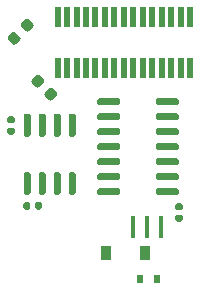
<source format=gbr>
G04 #@! TF.GenerationSoftware,KiCad,Pcbnew,(5.1.6)-1*
G04 #@! TF.CreationDate,2020-12-13T19:26:13+01:00*
G04 #@! TF.ProjectId,ACM-pcb,41434d2d-7063-4622-9e6b-696361645f70,rev?*
G04 #@! TF.SameCoordinates,Original*
G04 #@! TF.FileFunction,Paste,Bot*
G04 #@! TF.FilePolarity,Positive*
%FSLAX46Y46*%
G04 Gerber Fmt 4.6, Leading zero omitted, Abs format (unit mm)*
G04 Created by KiCad (PCBNEW (5.1.6)-1) date 2020-12-13 19:26:13*
%MOMM*%
%LPD*%
G01*
G04 APERTURE LIST*
%ADD10R,0.550000X1.800000*%
%ADD11R,0.400000X1.900000*%
%ADD12R,0.900000X1.200000*%
%ADD13R,0.600000X0.700000*%
G04 APERTURE END LIST*
D10*
X68822000Y-66938000D03*
X68822000Y-71238000D03*
X69622000Y-66938000D03*
X69622000Y-71238000D03*
X70422000Y-66938000D03*
X70422000Y-71238000D03*
X71222000Y-66938000D03*
X71222000Y-71238000D03*
X72022000Y-66938000D03*
X72022000Y-71238000D03*
X72822000Y-66938000D03*
X72822000Y-71238000D03*
X73622000Y-66938000D03*
X73622000Y-71238000D03*
X74422000Y-66938000D03*
X74422000Y-71238000D03*
X75222000Y-66938000D03*
X75222000Y-71238000D03*
X76022000Y-66938000D03*
X76022000Y-71238000D03*
X76822000Y-66938000D03*
X76822000Y-71238000D03*
X77622000Y-66938000D03*
X77622000Y-71238000D03*
X78422000Y-66938000D03*
X78422000Y-71238000D03*
X79222000Y-66938000D03*
X79222000Y-71238000D03*
X80022000Y-66938000D03*
X80022000Y-71238000D03*
D11*
X77577800Y-84696300D03*
X76377800Y-84696300D03*
X75177800Y-84696300D03*
G36*
G01*
X66890400Y-83078100D02*
X66890400Y-82733100D01*
G75*
G02*
X67037900Y-82585600I147500J0D01*
G01*
X67332900Y-82585600D01*
G75*
G02*
X67480400Y-82733100I0J-147500D01*
G01*
X67480400Y-83078100D01*
G75*
G02*
X67332900Y-83225600I-147500J0D01*
G01*
X67037900Y-83225600D01*
G75*
G02*
X66890400Y-83078100I0J147500D01*
G01*
G37*
G36*
G01*
X65920400Y-83078100D02*
X65920400Y-82733100D01*
G75*
G02*
X66067900Y-82585600I147500J0D01*
G01*
X66362900Y-82585600D01*
G75*
G02*
X66510400Y-82733100I0J-147500D01*
G01*
X66510400Y-83078100D01*
G75*
G02*
X66362900Y-83225600I-147500J0D01*
G01*
X66067900Y-83225600D01*
G75*
G02*
X65920400Y-83078100I0J147500D01*
G01*
G37*
G36*
G01*
X64699100Y-76288400D02*
X65044100Y-76288400D01*
G75*
G02*
X65191600Y-76435900I0J-147500D01*
G01*
X65191600Y-76730900D01*
G75*
G02*
X65044100Y-76878400I-147500J0D01*
G01*
X64699100Y-76878400D01*
G75*
G02*
X64551600Y-76730900I0J147500D01*
G01*
X64551600Y-76435900D01*
G75*
G02*
X64699100Y-76288400I147500J0D01*
G01*
G37*
G36*
G01*
X64699100Y-75318400D02*
X65044100Y-75318400D01*
G75*
G02*
X65191600Y-75465900I0J-147500D01*
G01*
X65191600Y-75760900D01*
G75*
G02*
X65044100Y-75908400I-147500J0D01*
G01*
X64699100Y-75908400D01*
G75*
G02*
X64551600Y-75760900I0J147500D01*
G01*
X64551600Y-75465900D01*
G75*
G02*
X64699100Y-75318400I147500J0D01*
G01*
G37*
G36*
G01*
X72178500Y-81874500D02*
X72178500Y-81574500D01*
G75*
G02*
X72328500Y-81424500I150000J0D01*
G01*
X73978500Y-81424500D01*
G75*
G02*
X74128500Y-81574500I0J-150000D01*
G01*
X74128500Y-81874500D01*
G75*
G02*
X73978500Y-82024500I-150000J0D01*
G01*
X72328500Y-82024500D01*
G75*
G02*
X72178500Y-81874500I0J150000D01*
G01*
G37*
G36*
G01*
X72178500Y-80604500D02*
X72178500Y-80304500D01*
G75*
G02*
X72328500Y-80154500I150000J0D01*
G01*
X73978500Y-80154500D01*
G75*
G02*
X74128500Y-80304500I0J-150000D01*
G01*
X74128500Y-80604500D01*
G75*
G02*
X73978500Y-80754500I-150000J0D01*
G01*
X72328500Y-80754500D01*
G75*
G02*
X72178500Y-80604500I0J150000D01*
G01*
G37*
G36*
G01*
X72178500Y-79334500D02*
X72178500Y-79034500D01*
G75*
G02*
X72328500Y-78884500I150000J0D01*
G01*
X73978500Y-78884500D01*
G75*
G02*
X74128500Y-79034500I0J-150000D01*
G01*
X74128500Y-79334500D01*
G75*
G02*
X73978500Y-79484500I-150000J0D01*
G01*
X72328500Y-79484500D01*
G75*
G02*
X72178500Y-79334500I0J150000D01*
G01*
G37*
G36*
G01*
X72178500Y-78064500D02*
X72178500Y-77764500D01*
G75*
G02*
X72328500Y-77614500I150000J0D01*
G01*
X73978500Y-77614500D01*
G75*
G02*
X74128500Y-77764500I0J-150000D01*
G01*
X74128500Y-78064500D01*
G75*
G02*
X73978500Y-78214500I-150000J0D01*
G01*
X72328500Y-78214500D01*
G75*
G02*
X72178500Y-78064500I0J150000D01*
G01*
G37*
G36*
G01*
X72178500Y-76794500D02*
X72178500Y-76494500D01*
G75*
G02*
X72328500Y-76344500I150000J0D01*
G01*
X73978500Y-76344500D01*
G75*
G02*
X74128500Y-76494500I0J-150000D01*
G01*
X74128500Y-76794500D01*
G75*
G02*
X73978500Y-76944500I-150000J0D01*
G01*
X72328500Y-76944500D01*
G75*
G02*
X72178500Y-76794500I0J150000D01*
G01*
G37*
G36*
G01*
X72178500Y-75524500D02*
X72178500Y-75224500D01*
G75*
G02*
X72328500Y-75074500I150000J0D01*
G01*
X73978500Y-75074500D01*
G75*
G02*
X74128500Y-75224500I0J-150000D01*
G01*
X74128500Y-75524500D01*
G75*
G02*
X73978500Y-75674500I-150000J0D01*
G01*
X72328500Y-75674500D01*
G75*
G02*
X72178500Y-75524500I0J150000D01*
G01*
G37*
G36*
G01*
X72178500Y-74254500D02*
X72178500Y-73954500D01*
G75*
G02*
X72328500Y-73804500I150000J0D01*
G01*
X73978500Y-73804500D01*
G75*
G02*
X74128500Y-73954500I0J-150000D01*
G01*
X74128500Y-74254500D01*
G75*
G02*
X73978500Y-74404500I-150000J0D01*
G01*
X72328500Y-74404500D01*
G75*
G02*
X72178500Y-74254500I0J150000D01*
G01*
G37*
G36*
G01*
X77128500Y-74254500D02*
X77128500Y-73954500D01*
G75*
G02*
X77278500Y-73804500I150000J0D01*
G01*
X78928500Y-73804500D01*
G75*
G02*
X79078500Y-73954500I0J-150000D01*
G01*
X79078500Y-74254500D01*
G75*
G02*
X78928500Y-74404500I-150000J0D01*
G01*
X77278500Y-74404500D01*
G75*
G02*
X77128500Y-74254500I0J150000D01*
G01*
G37*
G36*
G01*
X77128500Y-75524500D02*
X77128500Y-75224500D01*
G75*
G02*
X77278500Y-75074500I150000J0D01*
G01*
X78928500Y-75074500D01*
G75*
G02*
X79078500Y-75224500I0J-150000D01*
G01*
X79078500Y-75524500D01*
G75*
G02*
X78928500Y-75674500I-150000J0D01*
G01*
X77278500Y-75674500D01*
G75*
G02*
X77128500Y-75524500I0J150000D01*
G01*
G37*
G36*
G01*
X77128500Y-76794500D02*
X77128500Y-76494500D01*
G75*
G02*
X77278500Y-76344500I150000J0D01*
G01*
X78928500Y-76344500D01*
G75*
G02*
X79078500Y-76494500I0J-150000D01*
G01*
X79078500Y-76794500D01*
G75*
G02*
X78928500Y-76944500I-150000J0D01*
G01*
X77278500Y-76944500D01*
G75*
G02*
X77128500Y-76794500I0J150000D01*
G01*
G37*
G36*
G01*
X77128500Y-78064500D02*
X77128500Y-77764500D01*
G75*
G02*
X77278500Y-77614500I150000J0D01*
G01*
X78928500Y-77614500D01*
G75*
G02*
X79078500Y-77764500I0J-150000D01*
G01*
X79078500Y-78064500D01*
G75*
G02*
X78928500Y-78214500I-150000J0D01*
G01*
X77278500Y-78214500D01*
G75*
G02*
X77128500Y-78064500I0J150000D01*
G01*
G37*
G36*
G01*
X77128500Y-79334500D02*
X77128500Y-79034500D01*
G75*
G02*
X77278500Y-78884500I150000J0D01*
G01*
X78928500Y-78884500D01*
G75*
G02*
X79078500Y-79034500I0J-150000D01*
G01*
X79078500Y-79334500D01*
G75*
G02*
X78928500Y-79484500I-150000J0D01*
G01*
X77278500Y-79484500D01*
G75*
G02*
X77128500Y-79334500I0J150000D01*
G01*
G37*
G36*
G01*
X77128500Y-80604500D02*
X77128500Y-80304500D01*
G75*
G02*
X77278500Y-80154500I150000J0D01*
G01*
X78928500Y-80154500D01*
G75*
G02*
X79078500Y-80304500I0J-150000D01*
G01*
X79078500Y-80604500D01*
G75*
G02*
X78928500Y-80754500I-150000J0D01*
G01*
X77278500Y-80754500D01*
G75*
G02*
X77128500Y-80604500I0J150000D01*
G01*
G37*
G36*
G01*
X77128500Y-81874500D02*
X77128500Y-81574500D01*
G75*
G02*
X77278500Y-81424500I150000J0D01*
G01*
X78928500Y-81424500D01*
G75*
G02*
X79078500Y-81574500I0J-150000D01*
G01*
X79078500Y-81874500D01*
G75*
G02*
X78928500Y-82024500I-150000J0D01*
G01*
X77278500Y-82024500D01*
G75*
G02*
X77128500Y-81874500I0J150000D01*
G01*
G37*
G36*
G01*
X78910400Y-83654400D02*
X79255400Y-83654400D01*
G75*
G02*
X79402900Y-83801900I0J-147500D01*
G01*
X79402900Y-84096900D01*
G75*
G02*
X79255400Y-84244400I-147500J0D01*
G01*
X78910400Y-84244400D01*
G75*
G02*
X78762900Y-84096900I0J147500D01*
G01*
X78762900Y-83801900D01*
G75*
G02*
X78910400Y-83654400I147500J0D01*
G01*
G37*
G36*
G01*
X78910400Y-82684400D02*
X79255400Y-82684400D01*
G75*
G02*
X79402900Y-82831900I0J-147500D01*
G01*
X79402900Y-83126900D01*
G75*
G02*
X79255400Y-83274400I-147500J0D01*
G01*
X78910400Y-83274400D01*
G75*
G02*
X78762900Y-83126900I0J147500D01*
G01*
X78762900Y-82831900D01*
G75*
G02*
X78910400Y-82684400I147500J0D01*
G01*
G37*
D12*
X76199000Y-86868000D03*
X72899000Y-86868000D03*
G36*
G01*
X68738402Y-73583010D02*
X68376010Y-73945403D01*
G75*
G02*
X68066650Y-73945403I-154680J154680D01*
G01*
X67757291Y-73636044D01*
G75*
G02*
X67757291Y-73326684I154680J154680D01*
G01*
X68119684Y-72964291D01*
G75*
G02*
X68429044Y-72964291I154680J-154680D01*
G01*
X68738403Y-73273650D01*
G75*
G02*
X68738403Y-73583010I-154680J-154680D01*
G01*
G37*
G36*
G01*
X67624708Y-72469316D02*
X67262316Y-72831709D01*
G75*
G02*
X66952956Y-72831709I-154680J154680D01*
G01*
X66643597Y-72522350D01*
G75*
G02*
X66643597Y-72212990I154680J154680D01*
G01*
X67005990Y-71850597D01*
G75*
G02*
X67315350Y-71850597I154680J-154680D01*
G01*
X67624709Y-72159956D01*
G75*
G02*
X67624709Y-72469316I-154680J-154680D01*
G01*
G37*
D13*
X77200000Y-89100000D03*
X75800000Y-89100000D03*
G36*
G01*
X66113084Y-68107308D02*
X65750691Y-67744916D01*
G75*
G02*
X65750691Y-67435556I154680J154680D01*
G01*
X66060050Y-67126197D01*
G75*
G02*
X66369410Y-67126197I154680J-154680D01*
G01*
X66731803Y-67488590D01*
G75*
G02*
X66731803Y-67797950I-154680J-154680D01*
G01*
X66422444Y-68107309D01*
G75*
G02*
X66113084Y-68107309I-154680J154680D01*
G01*
G37*
G36*
G01*
X64999390Y-69221002D02*
X64636997Y-68858610D01*
G75*
G02*
X64636997Y-68549250I154680J154680D01*
G01*
X64946356Y-68239891D01*
G75*
G02*
X65255716Y-68239891I154680J-154680D01*
G01*
X65618109Y-68602284D01*
G75*
G02*
X65618109Y-68911644I-154680J-154680D01*
G01*
X65308750Y-69221003D01*
G75*
G02*
X64999390Y-69221003I-154680J154680D01*
G01*
G37*
G36*
G01*
X70190500Y-77049500D02*
X69890500Y-77049500D01*
G75*
G02*
X69740500Y-76899500I0J150000D01*
G01*
X69740500Y-75249500D01*
G75*
G02*
X69890500Y-75099500I150000J0D01*
G01*
X70190500Y-75099500D01*
G75*
G02*
X70340500Y-75249500I0J-150000D01*
G01*
X70340500Y-76899500D01*
G75*
G02*
X70190500Y-77049500I-150000J0D01*
G01*
G37*
G36*
G01*
X68920500Y-77049500D02*
X68620500Y-77049500D01*
G75*
G02*
X68470500Y-76899500I0J150000D01*
G01*
X68470500Y-75249500D01*
G75*
G02*
X68620500Y-75099500I150000J0D01*
G01*
X68920500Y-75099500D01*
G75*
G02*
X69070500Y-75249500I0J-150000D01*
G01*
X69070500Y-76899500D01*
G75*
G02*
X68920500Y-77049500I-150000J0D01*
G01*
G37*
G36*
G01*
X67650500Y-77049500D02*
X67350500Y-77049500D01*
G75*
G02*
X67200500Y-76899500I0J150000D01*
G01*
X67200500Y-75249500D01*
G75*
G02*
X67350500Y-75099500I150000J0D01*
G01*
X67650500Y-75099500D01*
G75*
G02*
X67800500Y-75249500I0J-150000D01*
G01*
X67800500Y-76899500D01*
G75*
G02*
X67650500Y-77049500I-150000J0D01*
G01*
G37*
G36*
G01*
X66380500Y-77049500D02*
X66080500Y-77049500D01*
G75*
G02*
X65930500Y-76899500I0J150000D01*
G01*
X65930500Y-75249500D01*
G75*
G02*
X66080500Y-75099500I150000J0D01*
G01*
X66380500Y-75099500D01*
G75*
G02*
X66530500Y-75249500I0J-150000D01*
G01*
X66530500Y-76899500D01*
G75*
G02*
X66380500Y-77049500I-150000J0D01*
G01*
G37*
G36*
G01*
X66380500Y-81999500D02*
X66080500Y-81999500D01*
G75*
G02*
X65930500Y-81849500I0J150000D01*
G01*
X65930500Y-80199500D01*
G75*
G02*
X66080500Y-80049500I150000J0D01*
G01*
X66380500Y-80049500D01*
G75*
G02*
X66530500Y-80199500I0J-150000D01*
G01*
X66530500Y-81849500D01*
G75*
G02*
X66380500Y-81999500I-150000J0D01*
G01*
G37*
G36*
G01*
X67650500Y-81999500D02*
X67350500Y-81999500D01*
G75*
G02*
X67200500Y-81849500I0J150000D01*
G01*
X67200500Y-80199500D01*
G75*
G02*
X67350500Y-80049500I150000J0D01*
G01*
X67650500Y-80049500D01*
G75*
G02*
X67800500Y-80199500I0J-150000D01*
G01*
X67800500Y-81849500D01*
G75*
G02*
X67650500Y-81999500I-150000J0D01*
G01*
G37*
G36*
G01*
X68920500Y-81999500D02*
X68620500Y-81999500D01*
G75*
G02*
X68470500Y-81849500I0J150000D01*
G01*
X68470500Y-80199500D01*
G75*
G02*
X68620500Y-80049500I150000J0D01*
G01*
X68920500Y-80049500D01*
G75*
G02*
X69070500Y-80199500I0J-150000D01*
G01*
X69070500Y-81849500D01*
G75*
G02*
X68920500Y-81999500I-150000J0D01*
G01*
G37*
G36*
G01*
X70190500Y-81999500D02*
X69890500Y-81999500D01*
G75*
G02*
X69740500Y-81849500I0J150000D01*
G01*
X69740500Y-80199500D01*
G75*
G02*
X69890500Y-80049500I150000J0D01*
G01*
X70190500Y-80049500D01*
G75*
G02*
X70340500Y-80199500I0J-150000D01*
G01*
X70340500Y-81849500D01*
G75*
G02*
X70190500Y-81999500I-150000J0D01*
G01*
G37*
M02*

</source>
